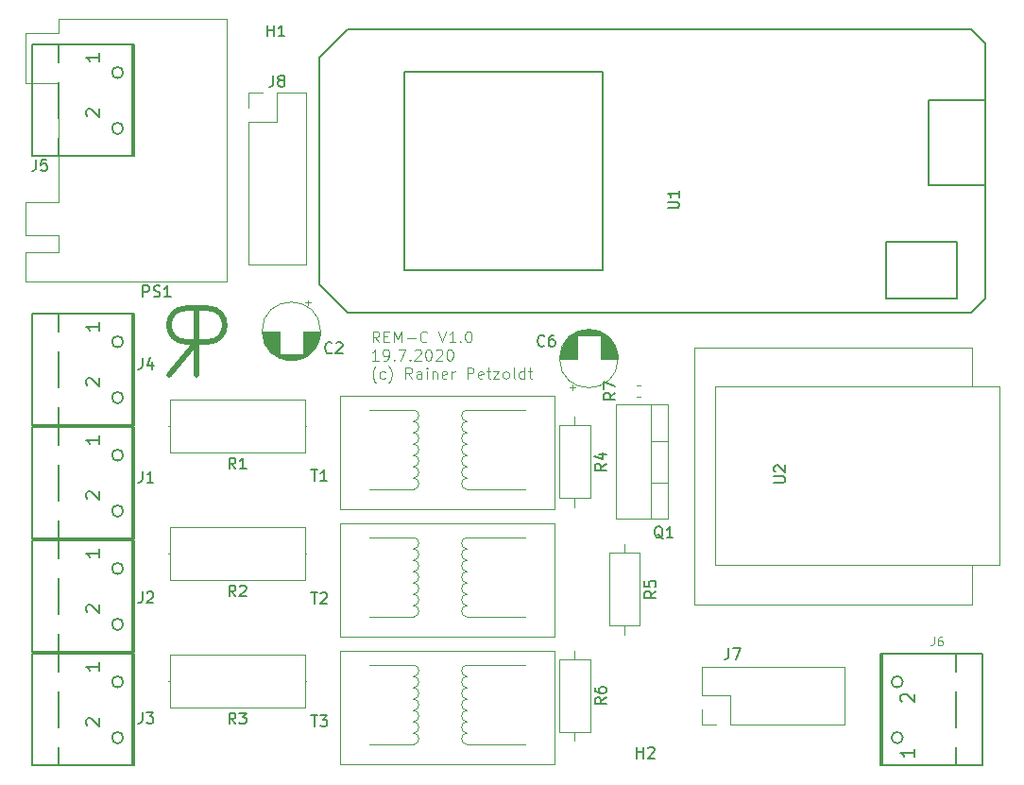
<source format=gto>
%TF.GenerationSoftware,KiCad,Pcbnew,(5.1.5)-3*%
%TF.CreationDate,2020-07-19T14:01:50+02:00*%
%TF.ProjectId,REM-C,52454d2d-432e-46b6-9963-61645f706362,rev?*%
%TF.SameCoordinates,Original*%
%TF.FileFunction,Legend,Top*%
%TF.FilePolarity,Positive*%
%FSLAX46Y46*%
G04 Gerber Fmt 4.6, Leading zero omitted, Abs format (unit mm)*
G04 Created by KiCad (PCBNEW (5.1.5)-3) date 2020-07-19 14:01:50*
%MOMM*%
%LPD*%
G04 APERTURE LIST*
%ADD10C,0.125000*%
%ADD11C,0.120000*%
%ADD12C,0.150000*%
%ADD13C,0.500000*%
%ADD14C,0.152400*%
%ADD15C,0.077216*%
%ADD16C,0.127000*%
G04 APERTURE END LIST*
D10*
X132335773Y-61057380D02*
X132002440Y-60581190D01*
X131764345Y-61057380D02*
X131764345Y-60057380D01*
X132145297Y-60057380D01*
X132240535Y-60105000D01*
X132288154Y-60152619D01*
X132335773Y-60247857D01*
X132335773Y-60390714D01*
X132288154Y-60485952D01*
X132240535Y-60533571D01*
X132145297Y-60581190D01*
X131764345Y-60581190D01*
X132764345Y-60533571D02*
X133097678Y-60533571D01*
X133240535Y-61057380D02*
X132764345Y-61057380D01*
X132764345Y-60057380D01*
X133240535Y-60057380D01*
X133669107Y-61057380D02*
X133669107Y-60057380D01*
X134002440Y-60771666D01*
X134335773Y-60057380D01*
X134335773Y-61057380D01*
X134811964Y-60676428D02*
X135573869Y-60676428D01*
X136621488Y-60962142D02*
X136573869Y-61009761D01*
X136431011Y-61057380D01*
X136335773Y-61057380D01*
X136192916Y-61009761D01*
X136097678Y-60914523D01*
X136050059Y-60819285D01*
X136002440Y-60628809D01*
X136002440Y-60485952D01*
X136050059Y-60295476D01*
X136097678Y-60200238D01*
X136192916Y-60105000D01*
X136335773Y-60057380D01*
X136431011Y-60057380D01*
X136573869Y-60105000D01*
X136621488Y-60152619D01*
X137669107Y-60057380D02*
X138002440Y-61057380D01*
X138335773Y-60057380D01*
X139192916Y-61057380D02*
X138621488Y-61057380D01*
X138907202Y-61057380D02*
X138907202Y-60057380D01*
X138811964Y-60200238D01*
X138716726Y-60295476D01*
X138621488Y-60343095D01*
X139621488Y-60962142D02*
X139669107Y-61009761D01*
X139621488Y-61057380D01*
X139573869Y-61009761D01*
X139621488Y-60962142D01*
X139621488Y-61057380D01*
X140288154Y-60057380D02*
X140383392Y-60057380D01*
X140478630Y-60105000D01*
X140526250Y-60152619D01*
X140573869Y-60247857D01*
X140621488Y-60438333D01*
X140621488Y-60676428D01*
X140573869Y-60866904D01*
X140526250Y-60962142D01*
X140478630Y-61009761D01*
X140383392Y-61057380D01*
X140288154Y-61057380D01*
X140192916Y-61009761D01*
X140145297Y-60962142D01*
X140097678Y-60866904D01*
X140050059Y-60676428D01*
X140050059Y-60438333D01*
X140097678Y-60247857D01*
X140145297Y-60152619D01*
X140192916Y-60105000D01*
X140288154Y-60057380D01*
X132288154Y-62682380D02*
X131716726Y-62682380D01*
X132002440Y-62682380D02*
X132002440Y-61682380D01*
X131907202Y-61825238D01*
X131811964Y-61920476D01*
X131716726Y-61968095D01*
X132764345Y-62682380D02*
X132954821Y-62682380D01*
X133050059Y-62634761D01*
X133097678Y-62587142D01*
X133192916Y-62444285D01*
X133240535Y-62253809D01*
X133240535Y-61872857D01*
X133192916Y-61777619D01*
X133145297Y-61730000D01*
X133050059Y-61682380D01*
X132859583Y-61682380D01*
X132764345Y-61730000D01*
X132716726Y-61777619D01*
X132669107Y-61872857D01*
X132669107Y-62110952D01*
X132716726Y-62206190D01*
X132764345Y-62253809D01*
X132859583Y-62301428D01*
X133050059Y-62301428D01*
X133145297Y-62253809D01*
X133192916Y-62206190D01*
X133240535Y-62110952D01*
X133669107Y-62587142D02*
X133716726Y-62634761D01*
X133669107Y-62682380D01*
X133621488Y-62634761D01*
X133669107Y-62587142D01*
X133669107Y-62682380D01*
X134050059Y-61682380D02*
X134716726Y-61682380D01*
X134288154Y-62682380D01*
X135097678Y-62587142D02*
X135145297Y-62634761D01*
X135097678Y-62682380D01*
X135050059Y-62634761D01*
X135097678Y-62587142D01*
X135097678Y-62682380D01*
X135526250Y-61777619D02*
X135573869Y-61730000D01*
X135669107Y-61682380D01*
X135907202Y-61682380D01*
X136002440Y-61730000D01*
X136050059Y-61777619D01*
X136097678Y-61872857D01*
X136097678Y-61968095D01*
X136050059Y-62110952D01*
X135478630Y-62682380D01*
X136097678Y-62682380D01*
X136716726Y-61682380D02*
X136811964Y-61682380D01*
X136907202Y-61730000D01*
X136954821Y-61777619D01*
X137002440Y-61872857D01*
X137050059Y-62063333D01*
X137050059Y-62301428D01*
X137002440Y-62491904D01*
X136954821Y-62587142D01*
X136907202Y-62634761D01*
X136811964Y-62682380D01*
X136716726Y-62682380D01*
X136621488Y-62634761D01*
X136573869Y-62587142D01*
X136526250Y-62491904D01*
X136478630Y-62301428D01*
X136478630Y-62063333D01*
X136526250Y-61872857D01*
X136573869Y-61777619D01*
X136621488Y-61730000D01*
X136716726Y-61682380D01*
X137431011Y-61777619D02*
X137478630Y-61730000D01*
X137573869Y-61682380D01*
X137811964Y-61682380D01*
X137907202Y-61730000D01*
X137954821Y-61777619D01*
X138002440Y-61872857D01*
X138002440Y-61968095D01*
X137954821Y-62110952D01*
X137383392Y-62682380D01*
X138002440Y-62682380D01*
X138621488Y-61682380D02*
X138716726Y-61682380D01*
X138811964Y-61730000D01*
X138859583Y-61777619D01*
X138907202Y-61872857D01*
X138954821Y-62063333D01*
X138954821Y-62301428D01*
X138907202Y-62491904D01*
X138859583Y-62587142D01*
X138811964Y-62634761D01*
X138716726Y-62682380D01*
X138621488Y-62682380D01*
X138526250Y-62634761D01*
X138478630Y-62587142D01*
X138431011Y-62491904D01*
X138383392Y-62301428D01*
X138383392Y-62063333D01*
X138431011Y-61872857D01*
X138478630Y-61777619D01*
X138526250Y-61730000D01*
X138621488Y-61682380D01*
X132050059Y-64688333D02*
X132002440Y-64640714D01*
X131907202Y-64497857D01*
X131859583Y-64402619D01*
X131811964Y-64259761D01*
X131764345Y-64021666D01*
X131764345Y-63831190D01*
X131811964Y-63593095D01*
X131859583Y-63450238D01*
X131907202Y-63355000D01*
X132002440Y-63212142D01*
X132050059Y-63164523D01*
X132859583Y-64259761D02*
X132764345Y-64307380D01*
X132573869Y-64307380D01*
X132478630Y-64259761D01*
X132431011Y-64212142D01*
X132383392Y-64116904D01*
X132383392Y-63831190D01*
X132431011Y-63735952D01*
X132478630Y-63688333D01*
X132573869Y-63640714D01*
X132764345Y-63640714D01*
X132859583Y-63688333D01*
X133192916Y-64688333D02*
X133240535Y-64640714D01*
X133335773Y-64497857D01*
X133383392Y-64402619D01*
X133431011Y-64259761D01*
X133478630Y-64021666D01*
X133478630Y-63831190D01*
X133431011Y-63593095D01*
X133383392Y-63450238D01*
X133335773Y-63355000D01*
X133240535Y-63212142D01*
X133192916Y-63164523D01*
X135288154Y-64307380D02*
X134954821Y-63831190D01*
X134716726Y-64307380D02*
X134716726Y-63307380D01*
X135097678Y-63307380D01*
X135192916Y-63355000D01*
X135240535Y-63402619D01*
X135288154Y-63497857D01*
X135288154Y-63640714D01*
X135240535Y-63735952D01*
X135192916Y-63783571D01*
X135097678Y-63831190D01*
X134716726Y-63831190D01*
X136145297Y-64307380D02*
X136145297Y-63783571D01*
X136097678Y-63688333D01*
X136002440Y-63640714D01*
X135811964Y-63640714D01*
X135716726Y-63688333D01*
X136145297Y-64259761D02*
X136050059Y-64307380D01*
X135811964Y-64307380D01*
X135716726Y-64259761D01*
X135669107Y-64164523D01*
X135669107Y-64069285D01*
X135716726Y-63974047D01*
X135811964Y-63926428D01*
X136050059Y-63926428D01*
X136145297Y-63878809D01*
X136621488Y-64307380D02*
X136621488Y-63640714D01*
X136621488Y-63307380D02*
X136573869Y-63355000D01*
X136621488Y-63402619D01*
X136669107Y-63355000D01*
X136621488Y-63307380D01*
X136621488Y-63402619D01*
X137097678Y-63640714D02*
X137097678Y-64307380D01*
X137097678Y-63735952D02*
X137145297Y-63688333D01*
X137240535Y-63640714D01*
X137383392Y-63640714D01*
X137478630Y-63688333D01*
X137526250Y-63783571D01*
X137526250Y-64307380D01*
X138383392Y-64259761D02*
X138288154Y-64307380D01*
X138097678Y-64307380D01*
X138002440Y-64259761D01*
X137954821Y-64164523D01*
X137954821Y-63783571D01*
X138002440Y-63688333D01*
X138097678Y-63640714D01*
X138288154Y-63640714D01*
X138383392Y-63688333D01*
X138431011Y-63783571D01*
X138431011Y-63878809D01*
X137954821Y-63974047D01*
X138859583Y-64307380D02*
X138859583Y-63640714D01*
X138859583Y-63831190D02*
X138907202Y-63735952D01*
X138954821Y-63688333D01*
X139050059Y-63640714D01*
X139145297Y-63640714D01*
X140240535Y-64307380D02*
X140240535Y-63307380D01*
X140621488Y-63307380D01*
X140716726Y-63355000D01*
X140764345Y-63402619D01*
X140811964Y-63497857D01*
X140811964Y-63640714D01*
X140764345Y-63735952D01*
X140716726Y-63783571D01*
X140621488Y-63831190D01*
X140240535Y-63831190D01*
X141621488Y-64259761D02*
X141526250Y-64307380D01*
X141335773Y-64307380D01*
X141240535Y-64259761D01*
X141192916Y-64164523D01*
X141192916Y-63783571D01*
X141240535Y-63688333D01*
X141335773Y-63640714D01*
X141526250Y-63640714D01*
X141621488Y-63688333D01*
X141669107Y-63783571D01*
X141669107Y-63878809D01*
X141192916Y-63974047D01*
X141954821Y-63640714D02*
X142335773Y-63640714D01*
X142097678Y-63307380D02*
X142097678Y-64164523D01*
X142145297Y-64259761D01*
X142240535Y-64307380D01*
X142335773Y-64307380D01*
X142573869Y-63640714D02*
X143097678Y-63640714D01*
X142573869Y-64307380D01*
X143097678Y-64307380D01*
X143621488Y-64307380D02*
X143526250Y-64259761D01*
X143478630Y-64212142D01*
X143431011Y-64116904D01*
X143431011Y-63831190D01*
X143478630Y-63735952D01*
X143526250Y-63688333D01*
X143621488Y-63640714D01*
X143764345Y-63640714D01*
X143859583Y-63688333D01*
X143907202Y-63735952D01*
X143954821Y-63831190D01*
X143954821Y-64116904D01*
X143907202Y-64212142D01*
X143859583Y-64259761D01*
X143764345Y-64307380D01*
X143621488Y-64307380D01*
X144526250Y-64307380D02*
X144431011Y-64259761D01*
X144383392Y-64164523D01*
X144383392Y-63307380D01*
X145335773Y-64307380D02*
X145335773Y-63307380D01*
X145335773Y-64259761D02*
X145240535Y-64307380D01*
X145050059Y-64307380D01*
X144954821Y-64259761D01*
X144907202Y-64212142D01*
X144859583Y-64116904D01*
X144859583Y-63831190D01*
X144907202Y-63735952D01*
X144954821Y-63688333D01*
X145050059Y-63640714D01*
X145240535Y-63640714D01*
X145335773Y-63688333D01*
X145669107Y-63640714D02*
X146050059Y-63640714D01*
X145811964Y-63307380D02*
X145811964Y-64164523D01*
X145859583Y-64259761D01*
X145954821Y-64307380D01*
X146050059Y-64307380D01*
D11*
X162450000Y-81025000D02*
X162450000Y-64975000D01*
X185470000Y-61525000D02*
X160560000Y-61525000D01*
X185470000Y-64975000D02*
X185470000Y-61525000D01*
X187900000Y-64975000D02*
X162450000Y-64975000D01*
X187900000Y-81025000D02*
X187900000Y-64975000D01*
X162450000Y-81025000D02*
X187900000Y-81025000D01*
X185470000Y-84525000D02*
X185470000Y-81075000D01*
X160570000Y-84525000D02*
X185470000Y-84525000D01*
X160570000Y-61525000D02*
X160570000Y-84525000D01*
D12*
X129540000Y-58420000D02*
X127000000Y-55880000D01*
X127000000Y-35560000D02*
X129540000Y-33020000D01*
X185420000Y-33020000D02*
X186690000Y-34290000D01*
X185420000Y-58420000D02*
X129540000Y-58420000D01*
X186690000Y-57150000D02*
X185420000Y-58420000D01*
X186690000Y-34290000D02*
X186690000Y-57150000D01*
X127000000Y-55880000D02*
X127000000Y-35560000D01*
X129540000Y-33020000D02*
X185420000Y-33020000D01*
X134620000Y-36830000D02*
X134620000Y-54610000D01*
X152400000Y-36830000D02*
X134620000Y-36830000D01*
X152400000Y-54610000D02*
X152400000Y-36830000D01*
X134620000Y-54610000D02*
X152400000Y-54610000D01*
X184150000Y-57150000D02*
X177800000Y-57150000D01*
X184150000Y-52070000D02*
X184150000Y-57150000D01*
X177800000Y-52070000D02*
X184150000Y-52070000D01*
X177800000Y-57150000D02*
X177800000Y-52070000D01*
X181610000Y-39370000D02*
X186690000Y-39370000D01*
X181610000Y-46990000D02*
X181610000Y-39370000D01*
X186690000Y-46990000D02*
X181610000Y-46990000D01*
D11*
X120590000Y-38675000D02*
X121920000Y-38675000D01*
X120590000Y-40005000D02*
X120590000Y-38675000D01*
X123190000Y-38675000D02*
X125790000Y-38675000D01*
X123190000Y-41275000D02*
X123190000Y-38675000D01*
X120590000Y-41275000D02*
X123190000Y-41275000D01*
X125790000Y-38675000D02*
X125790000Y-54035000D01*
X120590000Y-41275000D02*
X120590000Y-54035000D01*
X120590000Y-54035000D02*
X125790000Y-54035000D01*
X149860000Y-96750000D02*
X149860000Y-95980000D01*
X149860000Y-88670000D02*
X149860000Y-89440000D01*
X151230000Y-95980000D02*
X151230000Y-89440000D01*
X148490000Y-95980000D02*
X151230000Y-95980000D01*
X148490000Y-89440000D02*
X148490000Y-95980000D01*
X151230000Y-89440000D02*
X148490000Y-89440000D01*
X154305000Y-87225000D02*
X154305000Y-86455000D01*
X154305000Y-79145000D02*
X154305000Y-79915000D01*
X155675000Y-86455000D02*
X155675000Y-79915000D01*
X152935000Y-86455000D02*
X155675000Y-86455000D01*
X152935000Y-79915000D02*
X152935000Y-86455000D01*
X155675000Y-79915000D02*
X152935000Y-79915000D01*
X149860000Y-75795000D02*
X149860000Y-75025000D01*
X149860000Y-67715000D02*
X149860000Y-68485000D01*
X151230000Y-75025000D02*
X151230000Y-68485000D01*
X148490000Y-75025000D02*
X151230000Y-75025000D01*
X148490000Y-68485000D02*
X148490000Y-75025000D01*
X151230000Y-68485000D02*
X148490000Y-68485000D01*
X113454000Y-80010000D02*
X113564000Y-80010000D01*
X125814000Y-80010000D02*
X125704000Y-80010000D01*
X113564000Y-82380000D02*
X125704000Y-82380000D01*
X113564000Y-77640000D02*
X113564000Y-82380000D01*
X125704000Y-77640000D02*
X113564000Y-77640000D01*
X125704000Y-82380000D02*
X125704000Y-77640000D01*
X155737779Y-64895000D02*
X155412221Y-64895000D01*
X155737779Y-65915000D02*
X155412221Y-65915000D01*
X158210000Y-73606000D02*
X156700000Y-73606000D01*
X158210000Y-69905000D02*
X156700000Y-69905000D01*
X156700000Y-66635000D02*
X156700000Y-76875000D01*
X158210000Y-76875000D02*
X153569000Y-76875000D01*
X158210000Y-66635000D02*
X153569000Y-66635000D01*
X153569000Y-66635000D02*
X153569000Y-76875000D01*
X158210000Y-66635000D02*
X158210000Y-76875000D01*
X161230000Y-95310000D02*
X161230000Y-93980000D01*
X162560000Y-95310000D02*
X161230000Y-95310000D01*
X161230000Y-92710000D02*
X161230000Y-90110000D01*
X163830000Y-92710000D02*
X161230000Y-92710000D01*
X163830000Y-95310000D02*
X163830000Y-92710000D01*
X161230000Y-90110000D02*
X174050000Y-90110000D01*
X163830000Y-95310000D02*
X174050000Y-95310000D01*
X174050000Y-95310000D02*
X174050000Y-90110000D01*
D13*
X116000000Y-61000000D02*
X113500000Y-64000000D01*
X115000000Y-61000000D02*
X117000000Y-61000000D01*
X115000000Y-58000000D02*
X117000000Y-58000000D01*
X115000000Y-61000000D02*
G75*
G02X115000000Y-58000000I0J1500000D01*
G01*
X116000000Y-58000000D02*
X116000000Y-64000000D01*
X117000000Y-58000000D02*
G75*
G02X117000000Y-61000000I0J-1500000D01*
G01*
D14*
X186436000Y-98969000D02*
X186436000Y-88987000D01*
X177241000Y-88987000D02*
X177444000Y-88987000D01*
X177241000Y-88987000D02*
X177241000Y-98969000D01*
X186436000Y-98969000D02*
X184048000Y-98969000D01*
X184048000Y-98969000D02*
X184048000Y-97369000D01*
X184048000Y-95591000D02*
X184048000Y-92365000D01*
X184048000Y-90587000D02*
X184048000Y-88987000D01*
X184048000Y-98969000D02*
X177444000Y-98969000D01*
X184048000Y-88987000D02*
X186436000Y-88987000D01*
X177444000Y-98969000D02*
X177444000Y-88987000D01*
X177444000Y-98969000D02*
X177241000Y-98969000D01*
X177444000Y-88987000D02*
X184048000Y-88987000D01*
X179273200Y-96480000D02*
G75*
G03X179273200Y-96480000I-508000J0D01*
G01*
X179273200Y-91476200D02*
G75*
G03X179273200Y-91476200I-508000J0D01*
G01*
D11*
X113454000Y-91440000D02*
X113564000Y-91440000D01*
X125814000Y-91440000D02*
X125704000Y-91440000D01*
X113564000Y-93810000D02*
X125704000Y-93810000D01*
X113564000Y-89070000D02*
X113564000Y-93810000D01*
X125704000Y-89070000D02*
X113564000Y-89070000D01*
X125704000Y-93810000D02*
X125704000Y-89070000D01*
D14*
X101219000Y-34381000D02*
X101219000Y-44363000D01*
X110414000Y-44363000D02*
X110211000Y-44363000D01*
X110414000Y-44363000D02*
X110414000Y-34381000D01*
X101219000Y-34381000D02*
X103607000Y-34381000D01*
X103607000Y-34381000D02*
X103607000Y-35981000D01*
X103607000Y-37759000D02*
X103607000Y-40985000D01*
X103607000Y-42763000D02*
X103607000Y-44363000D01*
X103607000Y-34381000D02*
X110211000Y-34381000D01*
X103607000Y-44363000D02*
X101219000Y-44363000D01*
X110211000Y-34381000D02*
X110211000Y-44363000D01*
X110211000Y-34381000D02*
X110414000Y-34381000D01*
X110211000Y-44363000D02*
X103607000Y-44363000D01*
X109397800Y-36870000D02*
G75*
G03X109397800Y-36870000I-508000J0D01*
G01*
X109397800Y-41873800D02*
G75*
G03X109397800Y-41873800I-508000J0D01*
G01*
D11*
X149405000Y-65054775D02*
X149905000Y-65054775D01*
X149655000Y-65304775D02*
X149655000Y-64804775D01*
X150846000Y-59899000D02*
X151414000Y-59899000D01*
X150612000Y-59939000D02*
X151648000Y-59939000D01*
X150453000Y-59979000D02*
X151807000Y-59979000D01*
X150325000Y-60019000D02*
X151935000Y-60019000D01*
X150215000Y-60059000D02*
X152045000Y-60059000D01*
X150119000Y-60099000D02*
X152141000Y-60099000D01*
X150032000Y-60139000D02*
X152228000Y-60139000D01*
X149952000Y-60179000D02*
X152308000Y-60179000D01*
X149879000Y-60219000D02*
X152381000Y-60219000D01*
X149811000Y-60259000D02*
X152449000Y-60259000D01*
X149747000Y-60299000D02*
X152513000Y-60299000D01*
X149687000Y-60339000D02*
X152573000Y-60339000D01*
X149630000Y-60379000D02*
X152630000Y-60379000D01*
X149576000Y-60419000D02*
X152684000Y-60419000D01*
X149525000Y-60459000D02*
X152735000Y-60459000D01*
X152170000Y-60499000D02*
X152783000Y-60499000D01*
X149477000Y-60499000D02*
X150090000Y-60499000D01*
X152170000Y-60539000D02*
X152829000Y-60539000D01*
X149431000Y-60539000D02*
X150090000Y-60539000D01*
X152170000Y-60579000D02*
X152873000Y-60579000D01*
X149387000Y-60579000D02*
X150090000Y-60579000D01*
X152170000Y-60619000D02*
X152915000Y-60619000D01*
X149345000Y-60619000D02*
X150090000Y-60619000D01*
X152170000Y-60659000D02*
X152956000Y-60659000D01*
X149304000Y-60659000D02*
X150090000Y-60659000D01*
X152170000Y-60699000D02*
X152994000Y-60699000D01*
X149266000Y-60699000D02*
X150090000Y-60699000D01*
X152170000Y-60739000D02*
X153031000Y-60739000D01*
X149229000Y-60739000D02*
X150090000Y-60739000D01*
X152170000Y-60779000D02*
X153067000Y-60779000D01*
X149193000Y-60779000D02*
X150090000Y-60779000D01*
X152170000Y-60819000D02*
X153101000Y-60819000D01*
X149159000Y-60819000D02*
X150090000Y-60819000D01*
X152170000Y-60859000D02*
X153134000Y-60859000D01*
X149126000Y-60859000D02*
X150090000Y-60859000D01*
X152170000Y-60899000D02*
X153165000Y-60899000D01*
X149095000Y-60899000D02*
X150090000Y-60899000D01*
X152170000Y-60939000D02*
X153195000Y-60939000D01*
X149065000Y-60939000D02*
X150090000Y-60939000D01*
X152170000Y-60979000D02*
X153225000Y-60979000D01*
X149035000Y-60979000D02*
X150090000Y-60979000D01*
X152170000Y-61019000D02*
X153252000Y-61019000D01*
X149008000Y-61019000D02*
X150090000Y-61019000D01*
X152170000Y-61059000D02*
X153279000Y-61059000D01*
X148981000Y-61059000D02*
X150090000Y-61059000D01*
X152170000Y-61099000D02*
X153305000Y-61099000D01*
X148955000Y-61099000D02*
X150090000Y-61099000D01*
X152170000Y-61139000D02*
X153330000Y-61139000D01*
X148930000Y-61139000D02*
X150090000Y-61139000D01*
X152170000Y-61179000D02*
X153354000Y-61179000D01*
X148906000Y-61179000D02*
X150090000Y-61179000D01*
X152170000Y-61219000D02*
X153377000Y-61219000D01*
X148883000Y-61219000D02*
X150090000Y-61219000D01*
X152170000Y-61259000D02*
X153398000Y-61259000D01*
X148862000Y-61259000D02*
X150090000Y-61259000D01*
X152170000Y-61299000D02*
X153420000Y-61299000D01*
X148840000Y-61299000D02*
X150090000Y-61299000D01*
X152170000Y-61339000D02*
X153440000Y-61339000D01*
X148820000Y-61339000D02*
X150090000Y-61339000D01*
X152170000Y-61379000D02*
X153459000Y-61379000D01*
X148801000Y-61379000D02*
X150090000Y-61379000D01*
X152170000Y-61419000D02*
X153478000Y-61419000D01*
X148782000Y-61419000D02*
X150090000Y-61419000D01*
X152170000Y-61459000D02*
X153495000Y-61459000D01*
X148765000Y-61459000D02*
X150090000Y-61459000D01*
X152170000Y-61499000D02*
X153512000Y-61499000D01*
X148748000Y-61499000D02*
X150090000Y-61499000D01*
X152170000Y-61539000D02*
X153528000Y-61539000D01*
X148732000Y-61539000D02*
X150090000Y-61539000D01*
X152170000Y-61579000D02*
X153544000Y-61579000D01*
X148716000Y-61579000D02*
X150090000Y-61579000D01*
X152170000Y-61619000D02*
X153558000Y-61619000D01*
X148702000Y-61619000D02*
X150090000Y-61619000D01*
X152170000Y-61659000D02*
X153572000Y-61659000D01*
X148688000Y-61659000D02*
X150090000Y-61659000D01*
X152170000Y-61699000D02*
X153585000Y-61699000D01*
X148675000Y-61699000D02*
X150090000Y-61699000D01*
X152170000Y-61739000D02*
X153598000Y-61739000D01*
X148662000Y-61739000D02*
X150090000Y-61739000D01*
X152170000Y-61779000D02*
X153610000Y-61779000D01*
X148650000Y-61779000D02*
X150090000Y-61779000D01*
X152170000Y-61820000D02*
X153621000Y-61820000D01*
X148639000Y-61820000D02*
X150090000Y-61820000D01*
X152170000Y-61860000D02*
X153631000Y-61860000D01*
X148629000Y-61860000D02*
X150090000Y-61860000D01*
X152170000Y-61900000D02*
X153641000Y-61900000D01*
X148619000Y-61900000D02*
X150090000Y-61900000D01*
X152170000Y-61940000D02*
X153650000Y-61940000D01*
X148610000Y-61940000D02*
X150090000Y-61940000D01*
X152170000Y-61980000D02*
X153658000Y-61980000D01*
X148602000Y-61980000D02*
X150090000Y-61980000D01*
X152170000Y-62020000D02*
X153666000Y-62020000D01*
X148594000Y-62020000D02*
X150090000Y-62020000D01*
X152170000Y-62060000D02*
X153673000Y-62060000D01*
X148587000Y-62060000D02*
X150090000Y-62060000D01*
X152170000Y-62100000D02*
X153680000Y-62100000D01*
X148580000Y-62100000D02*
X150090000Y-62100000D01*
X152170000Y-62140000D02*
X153686000Y-62140000D01*
X148574000Y-62140000D02*
X150090000Y-62140000D01*
X152170000Y-62180000D02*
X153691000Y-62180000D01*
X148569000Y-62180000D02*
X150090000Y-62180000D01*
X152170000Y-62220000D02*
X153695000Y-62220000D01*
X148565000Y-62220000D02*
X150090000Y-62220000D01*
X152170000Y-62260000D02*
X153699000Y-62260000D01*
X148561000Y-62260000D02*
X150090000Y-62260000D01*
X152170000Y-62300000D02*
X153703000Y-62300000D01*
X148557000Y-62300000D02*
X150090000Y-62300000D01*
X152170000Y-62340000D02*
X153706000Y-62340000D01*
X148554000Y-62340000D02*
X150090000Y-62340000D01*
X152170000Y-62380000D02*
X153708000Y-62380000D01*
X148552000Y-62380000D02*
X150090000Y-62380000D01*
X152170000Y-62420000D02*
X153709000Y-62420000D01*
X148551000Y-62420000D02*
X150090000Y-62420000D01*
X148550000Y-62460000D02*
X150090000Y-62460000D01*
X152170000Y-62460000D02*
X153710000Y-62460000D01*
X148550000Y-62500000D02*
X150090000Y-62500000D01*
X152170000Y-62500000D02*
X153710000Y-62500000D01*
X153750000Y-62500000D02*
G75*
G03X153750000Y-62500000I-2620000J0D01*
G01*
X126185000Y-57500225D02*
X125685000Y-57500225D01*
X125935000Y-57250225D02*
X125935000Y-57750225D01*
X124744000Y-62656000D02*
X124176000Y-62656000D01*
X124978000Y-62616000D02*
X123942000Y-62616000D01*
X125137000Y-62576000D02*
X123783000Y-62576000D01*
X125265000Y-62536000D02*
X123655000Y-62536000D01*
X125375000Y-62496000D02*
X123545000Y-62496000D01*
X125471000Y-62456000D02*
X123449000Y-62456000D01*
X125558000Y-62416000D02*
X123362000Y-62416000D01*
X125638000Y-62376000D02*
X123282000Y-62376000D01*
X125711000Y-62336000D02*
X123209000Y-62336000D01*
X125779000Y-62296000D02*
X123141000Y-62296000D01*
X125843000Y-62256000D02*
X123077000Y-62256000D01*
X125903000Y-62216000D02*
X123017000Y-62216000D01*
X125960000Y-62176000D02*
X122960000Y-62176000D01*
X126014000Y-62136000D02*
X122906000Y-62136000D01*
X126065000Y-62096000D02*
X122855000Y-62096000D01*
X123420000Y-62056000D02*
X122807000Y-62056000D01*
X126113000Y-62056000D02*
X125500000Y-62056000D01*
X123420000Y-62016000D02*
X122761000Y-62016000D01*
X126159000Y-62016000D02*
X125500000Y-62016000D01*
X123420000Y-61976000D02*
X122717000Y-61976000D01*
X126203000Y-61976000D02*
X125500000Y-61976000D01*
X123420000Y-61936000D02*
X122675000Y-61936000D01*
X126245000Y-61936000D02*
X125500000Y-61936000D01*
X123420000Y-61896000D02*
X122634000Y-61896000D01*
X126286000Y-61896000D02*
X125500000Y-61896000D01*
X123420000Y-61856000D02*
X122596000Y-61856000D01*
X126324000Y-61856000D02*
X125500000Y-61856000D01*
X123420000Y-61816000D02*
X122559000Y-61816000D01*
X126361000Y-61816000D02*
X125500000Y-61816000D01*
X123420000Y-61776000D02*
X122523000Y-61776000D01*
X126397000Y-61776000D02*
X125500000Y-61776000D01*
X123420000Y-61736000D02*
X122489000Y-61736000D01*
X126431000Y-61736000D02*
X125500000Y-61736000D01*
X123420000Y-61696000D02*
X122456000Y-61696000D01*
X126464000Y-61696000D02*
X125500000Y-61696000D01*
X123420000Y-61656000D02*
X122425000Y-61656000D01*
X126495000Y-61656000D02*
X125500000Y-61656000D01*
X123420000Y-61616000D02*
X122395000Y-61616000D01*
X126525000Y-61616000D02*
X125500000Y-61616000D01*
X123420000Y-61576000D02*
X122365000Y-61576000D01*
X126555000Y-61576000D02*
X125500000Y-61576000D01*
X123420000Y-61536000D02*
X122338000Y-61536000D01*
X126582000Y-61536000D02*
X125500000Y-61536000D01*
X123420000Y-61496000D02*
X122311000Y-61496000D01*
X126609000Y-61496000D02*
X125500000Y-61496000D01*
X123420000Y-61456000D02*
X122285000Y-61456000D01*
X126635000Y-61456000D02*
X125500000Y-61456000D01*
X123420000Y-61416000D02*
X122260000Y-61416000D01*
X126660000Y-61416000D02*
X125500000Y-61416000D01*
X123420000Y-61376000D02*
X122236000Y-61376000D01*
X126684000Y-61376000D02*
X125500000Y-61376000D01*
X123420000Y-61336000D02*
X122213000Y-61336000D01*
X126707000Y-61336000D02*
X125500000Y-61336000D01*
X123420000Y-61296000D02*
X122192000Y-61296000D01*
X126728000Y-61296000D02*
X125500000Y-61296000D01*
X123420000Y-61256000D02*
X122170000Y-61256000D01*
X126750000Y-61256000D02*
X125500000Y-61256000D01*
X123420000Y-61216000D02*
X122150000Y-61216000D01*
X126770000Y-61216000D02*
X125500000Y-61216000D01*
X123420000Y-61176000D02*
X122131000Y-61176000D01*
X126789000Y-61176000D02*
X125500000Y-61176000D01*
X123420000Y-61136000D02*
X122112000Y-61136000D01*
X126808000Y-61136000D02*
X125500000Y-61136000D01*
X123420000Y-61096000D02*
X122095000Y-61096000D01*
X126825000Y-61096000D02*
X125500000Y-61096000D01*
X123420000Y-61056000D02*
X122078000Y-61056000D01*
X126842000Y-61056000D02*
X125500000Y-61056000D01*
X123420000Y-61016000D02*
X122062000Y-61016000D01*
X126858000Y-61016000D02*
X125500000Y-61016000D01*
X123420000Y-60976000D02*
X122046000Y-60976000D01*
X126874000Y-60976000D02*
X125500000Y-60976000D01*
X123420000Y-60936000D02*
X122032000Y-60936000D01*
X126888000Y-60936000D02*
X125500000Y-60936000D01*
X123420000Y-60896000D02*
X122018000Y-60896000D01*
X126902000Y-60896000D02*
X125500000Y-60896000D01*
X123420000Y-60856000D02*
X122005000Y-60856000D01*
X126915000Y-60856000D02*
X125500000Y-60856000D01*
X123420000Y-60816000D02*
X121992000Y-60816000D01*
X126928000Y-60816000D02*
X125500000Y-60816000D01*
X123420000Y-60776000D02*
X121980000Y-60776000D01*
X126940000Y-60776000D02*
X125500000Y-60776000D01*
X123420000Y-60735000D02*
X121969000Y-60735000D01*
X126951000Y-60735000D02*
X125500000Y-60735000D01*
X123420000Y-60695000D02*
X121959000Y-60695000D01*
X126961000Y-60695000D02*
X125500000Y-60695000D01*
X123420000Y-60655000D02*
X121949000Y-60655000D01*
X126971000Y-60655000D02*
X125500000Y-60655000D01*
X123420000Y-60615000D02*
X121940000Y-60615000D01*
X126980000Y-60615000D02*
X125500000Y-60615000D01*
X123420000Y-60575000D02*
X121932000Y-60575000D01*
X126988000Y-60575000D02*
X125500000Y-60575000D01*
X123420000Y-60535000D02*
X121924000Y-60535000D01*
X126996000Y-60535000D02*
X125500000Y-60535000D01*
X123420000Y-60495000D02*
X121917000Y-60495000D01*
X127003000Y-60495000D02*
X125500000Y-60495000D01*
X123420000Y-60455000D02*
X121910000Y-60455000D01*
X127010000Y-60455000D02*
X125500000Y-60455000D01*
X123420000Y-60415000D02*
X121904000Y-60415000D01*
X127016000Y-60415000D02*
X125500000Y-60415000D01*
X123420000Y-60375000D02*
X121899000Y-60375000D01*
X127021000Y-60375000D02*
X125500000Y-60375000D01*
X123420000Y-60335000D02*
X121895000Y-60335000D01*
X127025000Y-60335000D02*
X125500000Y-60335000D01*
X123420000Y-60295000D02*
X121891000Y-60295000D01*
X127029000Y-60295000D02*
X125500000Y-60295000D01*
X123420000Y-60255000D02*
X121887000Y-60255000D01*
X127033000Y-60255000D02*
X125500000Y-60255000D01*
X123420000Y-60215000D02*
X121884000Y-60215000D01*
X127036000Y-60215000D02*
X125500000Y-60215000D01*
X123420000Y-60175000D02*
X121882000Y-60175000D01*
X127038000Y-60175000D02*
X125500000Y-60175000D01*
X123420000Y-60135000D02*
X121881000Y-60135000D01*
X127039000Y-60135000D02*
X125500000Y-60135000D01*
X127040000Y-60095000D02*
X125500000Y-60095000D01*
X123420000Y-60095000D02*
X121880000Y-60095000D01*
X127040000Y-60055000D02*
X125500000Y-60055000D01*
X123420000Y-60055000D02*
X121880000Y-60055000D01*
X127080000Y-60055000D02*
G75*
G03X127080000Y-60055000I-2620000J0D01*
G01*
X113454000Y-68580000D02*
X113564000Y-68580000D01*
X125814000Y-68580000D02*
X125704000Y-68580000D01*
X113564000Y-70950000D02*
X125704000Y-70950000D01*
X113564000Y-66210000D02*
X113564000Y-70950000D01*
X125704000Y-66210000D02*
X113564000Y-66210000D01*
X125704000Y-70950000D02*
X125704000Y-66210000D01*
X140223000Y-89978000D02*
X145415000Y-89978000D01*
X140223000Y-97090000D02*
X145415000Y-97090000D01*
X140223000Y-90994000D02*
G75*
G02X140223000Y-89978000I0J508000D01*
G01*
X140223000Y-92010000D02*
G75*
G02X140223000Y-90994000I0J508000D01*
G01*
X140223000Y-93026000D02*
G75*
G02X140223000Y-92010000I0J508000D01*
G01*
X140223000Y-97090000D02*
G75*
G02X140223000Y-96074000I0J508000D01*
G01*
X140223000Y-96074000D02*
G75*
G02X140223000Y-95058000I0J508000D01*
G01*
X140223000Y-95058000D02*
G75*
G02X140223000Y-94042000I0J508000D01*
G01*
X140223000Y-94042000D02*
G75*
G02X140223000Y-93026000I0J508000D01*
G01*
X135397000Y-89978000D02*
X131445000Y-89978000D01*
X135397000Y-97090000D02*
X131445000Y-97090000D01*
X135397000Y-96074000D02*
G75*
G02X135397000Y-97090000I0J-508000D01*
G01*
X135397000Y-95058000D02*
G75*
G02X135397000Y-96074000I0J-508000D01*
G01*
X135397000Y-94042000D02*
G75*
G02X135397000Y-95058000I0J-508000D01*
G01*
X135397000Y-93026000D02*
G75*
G02X135397000Y-94042000I0J-508000D01*
G01*
X135397000Y-92010000D02*
G75*
G02X135397000Y-93026000I0J-508000D01*
G01*
X135397000Y-90994000D02*
G75*
G02X135397000Y-92010000I0J-508000D01*
G01*
X135397000Y-89978000D02*
G75*
G02X135397000Y-90994000I0J-508000D01*
G01*
X128795000Y-88688000D02*
X128795000Y-98888000D01*
X148095000Y-98888000D02*
X128795000Y-98888000D01*
X148095000Y-88688000D02*
X148095000Y-98888000D01*
X128795000Y-88688000D02*
X148095000Y-88688000D01*
X140223000Y-78548000D02*
X145415000Y-78548000D01*
X140223000Y-85660000D02*
X145415000Y-85660000D01*
X140223000Y-79564000D02*
G75*
G02X140223000Y-78548000I0J508000D01*
G01*
X140223000Y-80580000D02*
G75*
G02X140223000Y-79564000I0J508000D01*
G01*
X140223000Y-81596000D02*
G75*
G02X140223000Y-80580000I0J508000D01*
G01*
X140223000Y-85660000D02*
G75*
G02X140223000Y-84644000I0J508000D01*
G01*
X140223000Y-84644000D02*
G75*
G02X140223000Y-83628000I0J508000D01*
G01*
X140223000Y-83628000D02*
G75*
G02X140223000Y-82612000I0J508000D01*
G01*
X140223000Y-82612000D02*
G75*
G02X140223000Y-81596000I0J508000D01*
G01*
X135397000Y-78548000D02*
X131445000Y-78548000D01*
X135397000Y-85660000D02*
X131445000Y-85660000D01*
X135397000Y-84644000D02*
G75*
G02X135397000Y-85660000I0J-508000D01*
G01*
X135397000Y-83628000D02*
G75*
G02X135397000Y-84644000I0J-508000D01*
G01*
X135397000Y-82612000D02*
G75*
G02X135397000Y-83628000I0J-508000D01*
G01*
X135397000Y-81596000D02*
G75*
G02X135397000Y-82612000I0J-508000D01*
G01*
X135397000Y-80580000D02*
G75*
G02X135397000Y-81596000I0J-508000D01*
G01*
X135397000Y-79564000D02*
G75*
G02X135397000Y-80580000I0J-508000D01*
G01*
X135397000Y-78548000D02*
G75*
G02X135397000Y-79564000I0J-508000D01*
G01*
X128795000Y-77258000D02*
X128795000Y-87458000D01*
X148095000Y-87458000D02*
X128795000Y-87458000D01*
X148095000Y-77258000D02*
X148095000Y-87458000D01*
X128795000Y-77258000D02*
X148095000Y-77258000D01*
X140223000Y-67118000D02*
X145415000Y-67118000D01*
X140223000Y-74230000D02*
X145415000Y-74230000D01*
X140223000Y-68134000D02*
G75*
G02X140223000Y-67118000I0J508000D01*
G01*
X140223000Y-69150000D02*
G75*
G02X140223000Y-68134000I0J508000D01*
G01*
X140223000Y-70166000D02*
G75*
G02X140223000Y-69150000I0J508000D01*
G01*
X140223000Y-74230000D02*
G75*
G02X140223000Y-73214000I0J508000D01*
G01*
X140223000Y-73214000D02*
G75*
G02X140223000Y-72198000I0J508000D01*
G01*
X140223000Y-72198000D02*
G75*
G02X140223000Y-71182000I0J508000D01*
G01*
X140223000Y-71182000D02*
G75*
G02X140223000Y-70166000I0J508000D01*
G01*
X135397000Y-67118000D02*
X131445000Y-67118000D01*
X135397000Y-74230000D02*
X131445000Y-74230000D01*
X135397000Y-73214000D02*
G75*
G02X135397000Y-74230000I0J-508000D01*
G01*
X135397000Y-72198000D02*
G75*
G02X135397000Y-73214000I0J-508000D01*
G01*
X135397000Y-71182000D02*
G75*
G02X135397000Y-72198000I0J-508000D01*
G01*
X135397000Y-70166000D02*
G75*
G02X135397000Y-71182000I0J-508000D01*
G01*
X135397000Y-69150000D02*
G75*
G02X135397000Y-70166000I0J-508000D01*
G01*
X135397000Y-68134000D02*
G75*
G02X135397000Y-69150000I0J-508000D01*
G01*
X135397000Y-67118000D02*
G75*
G02X135397000Y-68134000I0J-508000D01*
G01*
X128795000Y-65828000D02*
X128795000Y-76028000D01*
X148095000Y-76028000D02*
X128795000Y-76028000D01*
X148095000Y-65828000D02*
X148095000Y-76028000D01*
X128795000Y-65828000D02*
X148095000Y-65828000D01*
X100600000Y-37790000D02*
X103600000Y-37790000D01*
X100600000Y-33290000D02*
X100600000Y-37790000D01*
X103600000Y-33290000D02*
X100600000Y-33290000D01*
X103600000Y-32090000D02*
X103600000Y-33290000D01*
X103600000Y-48490000D02*
X103600000Y-37790000D01*
X100600000Y-48490000D02*
X103600000Y-48490000D01*
X100600000Y-51490000D02*
X100600000Y-48490000D01*
X103600000Y-51490000D02*
X100600000Y-51490000D01*
X103600000Y-52990000D02*
X103600000Y-51490000D01*
X100600000Y-52990000D02*
X103600000Y-52990000D01*
X100600000Y-55590000D02*
X100600000Y-52990000D01*
X118700000Y-55590000D02*
X100600000Y-55590000D01*
X118700000Y-32090000D02*
X118700000Y-55590000D01*
X103600000Y-32090000D02*
X118700000Y-32090000D01*
D14*
X101219000Y-58511000D02*
X101219000Y-68493000D01*
X110414000Y-68493000D02*
X110211000Y-68493000D01*
X110414000Y-68493000D02*
X110414000Y-58511000D01*
X101219000Y-58511000D02*
X103607000Y-58511000D01*
X103607000Y-58511000D02*
X103607000Y-60111000D01*
X103607000Y-61889000D02*
X103607000Y-65115000D01*
X103607000Y-66893000D02*
X103607000Y-68493000D01*
X103607000Y-58511000D02*
X110211000Y-58511000D01*
X103607000Y-68493000D02*
X101219000Y-68493000D01*
X110211000Y-58511000D02*
X110211000Y-68493000D01*
X110211000Y-58511000D02*
X110414000Y-58511000D01*
X110211000Y-68493000D02*
X103607000Y-68493000D01*
X109397800Y-61000000D02*
G75*
G03X109397800Y-61000000I-508000J0D01*
G01*
X109397800Y-66003800D02*
G75*
G03X109397800Y-66003800I-508000J0D01*
G01*
X101219000Y-88991000D02*
X101219000Y-98973000D01*
X110414000Y-98973000D02*
X110211000Y-98973000D01*
X110414000Y-98973000D02*
X110414000Y-88991000D01*
X101219000Y-88991000D02*
X103607000Y-88991000D01*
X103607000Y-88991000D02*
X103607000Y-90591000D01*
X103607000Y-92369000D02*
X103607000Y-95595000D01*
X103607000Y-97373000D02*
X103607000Y-98973000D01*
X103607000Y-88991000D02*
X110211000Y-88991000D01*
X103607000Y-98973000D02*
X101219000Y-98973000D01*
X110211000Y-88991000D02*
X110211000Y-98973000D01*
X110211000Y-88991000D02*
X110414000Y-88991000D01*
X110211000Y-98973000D02*
X103607000Y-98973000D01*
X109397800Y-91480000D02*
G75*
G03X109397800Y-91480000I-508000J0D01*
G01*
X109397800Y-96483800D02*
G75*
G03X109397800Y-96483800I-508000J0D01*
G01*
X101219000Y-78831000D02*
X101219000Y-88813000D01*
X110414000Y-88813000D02*
X110211000Y-88813000D01*
X110414000Y-88813000D02*
X110414000Y-78831000D01*
X101219000Y-78831000D02*
X103607000Y-78831000D01*
X103607000Y-78831000D02*
X103607000Y-80431000D01*
X103607000Y-82209000D02*
X103607000Y-85435000D01*
X103607000Y-87213000D02*
X103607000Y-88813000D01*
X103607000Y-78831000D02*
X110211000Y-78831000D01*
X103607000Y-88813000D02*
X101219000Y-88813000D01*
X110211000Y-78831000D02*
X110211000Y-88813000D01*
X110211000Y-78831000D02*
X110414000Y-78831000D01*
X110211000Y-88813000D02*
X103607000Y-88813000D01*
X109397800Y-81320000D02*
G75*
G03X109397800Y-81320000I-508000J0D01*
G01*
X109397800Y-86323800D02*
G75*
G03X109397800Y-86323800I-508000J0D01*
G01*
X101219000Y-68671000D02*
X101219000Y-78653000D01*
X110414000Y-78653000D02*
X110211000Y-78653000D01*
X110414000Y-78653000D02*
X110414000Y-68671000D01*
X101219000Y-68671000D02*
X103607000Y-68671000D01*
X103607000Y-68671000D02*
X103607000Y-70271000D01*
X103607000Y-72049000D02*
X103607000Y-75275000D01*
X103607000Y-77053000D02*
X103607000Y-78653000D01*
X103607000Y-68671000D02*
X110211000Y-68671000D01*
X103607000Y-78653000D02*
X101219000Y-78653000D01*
X110211000Y-68671000D02*
X110211000Y-78653000D01*
X110211000Y-68671000D02*
X110414000Y-68671000D01*
X110211000Y-78653000D02*
X103607000Y-78653000D01*
X109397800Y-71160000D02*
G75*
G03X109397800Y-71160000I-508000J0D01*
G01*
X109397800Y-76163800D02*
G75*
G03X109397800Y-76163800I-508000J0D01*
G01*
D12*
X167732380Y-73636904D02*
X168541904Y-73636904D01*
X168637142Y-73589285D01*
X168684761Y-73541666D01*
X168732380Y-73446428D01*
X168732380Y-73255952D01*
X168684761Y-73160714D01*
X168637142Y-73113095D01*
X168541904Y-73065476D01*
X167732380Y-73065476D01*
X167827619Y-72636904D02*
X167780000Y-72589285D01*
X167732380Y-72494047D01*
X167732380Y-72255952D01*
X167780000Y-72160714D01*
X167827619Y-72113095D01*
X167922857Y-72065476D01*
X168018095Y-72065476D01*
X168160952Y-72113095D01*
X168732380Y-72684523D01*
X168732380Y-72065476D01*
X158202380Y-49021904D02*
X159011904Y-49021904D01*
X159107142Y-48974285D01*
X159154761Y-48926666D01*
X159202380Y-48831428D01*
X159202380Y-48640952D01*
X159154761Y-48545714D01*
X159107142Y-48498095D01*
X159011904Y-48450476D01*
X158202380Y-48450476D01*
X159202380Y-47450476D02*
X159202380Y-48021904D01*
X159202380Y-47736190D02*
X158202380Y-47736190D01*
X158345238Y-47831428D01*
X158440476Y-47926666D01*
X158488095Y-48021904D01*
X122856666Y-37127380D02*
X122856666Y-37841666D01*
X122809047Y-37984523D01*
X122713809Y-38079761D01*
X122570952Y-38127380D01*
X122475714Y-38127380D01*
X123475714Y-37555952D02*
X123380476Y-37508333D01*
X123332857Y-37460714D01*
X123285238Y-37365476D01*
X123285238Y-37317857D01*
X123332857Y-37222619D01*
X123380476Y-37175000D01*
X123475714Y-37127380D01*
X123666190Y-37127380D01*
X123761428Y-37175000D01*
X123809047Y-37222619D01*
X123856666Y-37317857D01*
X123856666Y-37365476D01*
X123809047Y-37460714D01*
X123761428Y-37508333D01*
X123666190Y-37555952D01*
X123475714Y-37555952D01*
X123380476Y-37603571D01*
X123332857Y-37651190D01*
X123285238Y-37746428D01*
X123285238Y-37936904D01*
X123332857Y-38032142D01*
X123380476Y-38079761D01*
X123475714Y-38127380D01*
X123666190Y-38127380D01*
X123761428Y-38079761D01*
X123809047Y-38032142D01*
X123856666Y-37936904D01*
X123856666Y-37746428D01*
X123809047Y-37651190D01*
X123761428Y-37603571D01*
X123666190Y-37555952D01*
X152682380Y-92876666D02*
X152206190Y-93210000D01*
X152682380Y-93448095D02*
X151682380Y-93448095D01*
X151682380Y-93067142D01*
X151730000Y-92971904D01*
X151777619Y-92924285D01*
X151872857Y-92876666D01*
X152015714Y-92876666D01*
X152110952Y-92924285D01*
X152158571Y-92971904D01*
X152206190Y-93067142D01*
X152206190Y-93448095D01*
X151682380Y-92019523D02*
X151682380Y-92210000D01*
X151730000Y-92305238D01*
X151777619Y-92352857D01*
X151920476Y-92448095D01*
X152110952Y-92495714D01*
X152491904Y-92495714D01*
X152587142Y-92448095D01*
X152634761Y-92400476D01*
X152682380Y-92305238D01*
X152682380Y-92114761D01*
X152634761Y-92019523D01*
X152587142Y-91971904D01*
X152491904Y-91924285D01*
X152253809Y-91924285D01*
X152158571Y-91971904D01*
X152110952Y-92019523D01*
X152063333Y-92114761D01*
X152063333Y-92305238D01*
X152110952Y-92400476D01*
X152158571Y-92448095D01*
X152253809Y-92495714D01*
X157127380Y-83351666D02*
X156651190Y-83685000D01*
X157127380Y-83923095D02*
X156127380Y-83923095D01*
X156127380Y-83542142D01*
X156175000Y-83446904D01*
X156222619Y-83399285D01*
X156317857Y-83351666D01*
X156460714Y-83351666D01*
X156555952Y-83399285D01*
X156603571Y-83446904D01*
X156651190Y-83542142D01*
X156651190Y-83923095D01*
X156127380Y-82446904D02*
X156127380Y-82923095D01*
X156603571Y-82970714D01*
X156555952Y-82923095D01*
X156508333Y-82827857D01*
X156508333Y-82589761D01*
X156555952Y-82494523D01*
X156603571Y-82446904D01*
X156698809Y-82399285D01*
X156936904Y-82399285D01*
X157032142Y-82446904D01*
X157079761Y-82494523D01*
X157127380Y-82589761D01*
X157127380Y-82827857D01*
X157079761Y-82923095D01*
X157032142Y-82970714D01*
X152682380Y-71921666D02*
X152206190Y-72255000D01*
X152682380Y-72493095D02*
X151682380Y-72493095D01*
X151682380Y-72112142D01*
X151730000Y-72016904D01*
X151777619Y-71969285D01*
X151872857Y-71921666D01*
X152015714Y-71921666D01*
X152110952Y-71969285D01*
X152158571Y-72016904D01*
X152206190Y-72112142D01*
X152206190Y-72493095D01*
X152015714Y-71064523D02*
X152682380Y-71064523D01*
X151634761Y-71302619D02*
X152349047Y-71540714D01*
X152349047Y-70921666D01*
X119467333Y-83832380D02*
X119134000Y-83356190D01*
X118895904Y-83832380D02*
X118895904Y-82832380D01*
X119276857Y-82832380D01*
X119372095Y-82880000D01*
X119419714Y-82927619D01*
X119467333Y-83022857D01*
X119467333Y-83165714D01*
X119419714Y-83260952D01*
X119372095Y-83308571D01*
X119276857Y-83356190D01*
X118895904Y-83356190D01*
X119848285Y-82927619D02*
X119895904Y-82880000D01*
X119991142Y-82832380D01*
X120229238Y-82832380D01*
X120324476Y-82880000D01*
X120372095Y-82927619D01*
X120419714Y-83022857D01*
X120419714Y-83118095D01*
X120372095Y-83260952D01*
X119800666Y-83832380D01*
X120419714Y-83832380D01*
X153487380Y-65571666D02*
X153011190Y-65905000D01*
X153487380Y-66143095D02*
X152487380Y-66143095D01*
X152487380Y-65762142D01*
X152535000Y-65666904D01*
X152582619Y-65619285D01*
X152677857Y-65571666D01*
X152820714Y-65571666D01*
X152915952Y-65619285D01*
X152963571Y-65666904D01*
X153011190Y-65762142D01*
X153011190Y-66143095D01*
X152487380Y-65238333D02*
X152487380Y-64571666D01*
X153487380Y-65000238D01*
X157765761Y-78652619D02*
X157670523Y-78605000D01*
X157575285Y-78509761D01*
X157432428Y-78366904D01*
X157337190Y-78319285D01*
X157241952Y-78319285D01*
X157289571Y-78557380D02*
X157194333Y-78509761D01*
X157099095Y-78414523D01*
X157051476Y-78224047D01*
X157051476Y-77890714D01*
X157099095Y-77700238D01*
X157194333Y-77605000D01*
X157289571Y-77557380D01*
X157480047Y-77557380D01*
X157575285Y-77605000D01*
X157670523Y-77700238D01*
X157718142Y-77890714D01*
X157718142Y-78224047D01*
X157670523Y-78414523D01*
X157575285Y-78509761D01*
X157480047Y-78557380D01*
X157289571Y-78557380D01*
X158670523Y-78557380D02*
X158099095Y-78557380D01*
X158384809Y-78557380D02*
X158384809Y-77557380D01*
X158289571Y-77700238D01*
X158194333Y-77795476D01*
X158099095Y-77843095D01*
X163666666Y-88452380D02*
X163666666Y-89166666D01*
X163619047Y-89309523D01*
X163523809Y-89404761D01*
X163380952Y-89452380D01*
X163285714Y-89452380D01*
X164047619Y-88452380D02*
X164714285Y-88452380D01*
X164285714Y-89452380D01*
X155448095Y-98321380D02*
X155448095Y-97321380D01*
X155448095Y-97797571D02*
X156019523Y-97797571D01*
X156019523Y-98321380D02*
X156019523Y-97321380D01*
X156448095Y-97416619D02*
X156495714Y-97369000D01*
X156590952Y-97321380D01*
X156829047Y-97321380D01*
X156924285Y-97369000D01*
X156971904Y-97416619D01*
X157019523Y-97511857D01*
X157019523Y-97607095D01*
X156971904Y-97749952D01*
X156400476Y-98321380D01*
X157019523Y-98321380D01*
X122301095Y-33615380D02*
X122301095Y-32615380D01*
X122301095Y-33091571D02*
X122872523Y-33091571D01*
X122872523Y-33615380D02*
X122872523Y-32615380D01*
X123872523Y-33615380D02*
X123301095Y-33615380D01*
X123586809Y-33615380D02*
X123586809Y-32615380D01*
X123491571Y-32758238D01*
X123396333Y-32853476D01*
X123301095Y-32901095D01*
D15*
X182064655Y-87456070D02*
X182064655Y-88007613D01*
X182027885Y-88117921D01*
X181954346Y-88191460D01*
X181844038Y-88228230D01*
X181770498Y-88228230D01*
X182763276Y-87456070D02*
X182616198Y-87456070D01*
X182542658Y-87492840D01*
X182505889Y-87529609D01*
X182432350Y-87639918D01*
X182395580Y-87786996D01*
X182395580Y-88081152D01*
X182432350Y-88154691D01*
X182469119Y-88191460D01*
X182542658Y-88228230D01*
X182689737Y-88228230D01*
X182763276Y-88191460D01*
X182800045Y-88154691D01*
X182836815Y-88081152D01*
X182836815Y-87897304D01*
X182800045Y-87823765D01*
X182763276Y-87786996D01*
X182689737Y-87750226D01*
X182542658Y-87750226D01*
X182469119Y-87786996D01*
X182432350Y-87823765D01*
X182395580Y-87897304D01*
D16*
X180282547Y-97510211D02*
X180282547Y-98199640D01*
X180282547Y-97854926D02*
X179076047Y-97854926D01*
X179248404Y-97969830D01*
X179363309Y-98084735D01*
X179420761Y-98199640D01*
X179190952Y-93246640D02*
X179133500Y-93189188D01*
X179076047Y-93074283D01*
X179076047Y-92787021D01*
X179133500Y-92672116D01*
X179190952Y-92614664D01*
X179305857Y-92557211D01*
X179420761Y-92557211D01*
X179593119Y-92614664D01*
X180282547Y-93304092D01*
X180282547Y-92557211D01*
D12*
X119467333Y-95262380D02*
X119134000Y-94786190D01*
X118895904Y-95262380D02*
X118895904Y-94262380D01*
X119276857Y-94262380D01*
X119372095Y-94310000D01*
X119419714Y-94357619D01*
X119467333Y-94452857D01*
X119467333Y-94595714D01*
X119419714Y-94690952D01*
X119372095Y-94738571D01*
X119276857Y-94786190D01*
X118895904Y-94786190D01*
X119800666Y-94262380D02*
X120419714Y-94262380D01*
X120086380Y-94643333D01*
X120229238Y-94643333D01*
X120324476Y-94690952D01*
X120372095Y-94738571D01*
X120419714Y-94833809D01*
X120419714Y-95071904D01*
X120372095Y-95167142D01*
X120324476Y-95214761D01*
X120229238Y-95262380D01*
X119943523Y-95262380D01*
X119848285Y-95214761D01*
X119800666Y-95167142D01*
X101582023Y-44672380D02*
X101582023Y-45386666D01*
X101534404Y-45529523D01*
X101439166Y-45624761D01*
X101296309Y-45672380D01*
X101201071Y-45672380D01*
X102534404Y-44672380D02*
X102058214Y-44672380D01*
X102010595Y-45148571D01*
X102058214Y-45100952D01*
X102153452Y-45053333D01*
X102391547Y-45053333D01*
X102486785Y-45100952D01*
X102534404Y-45148571D01*
X102582023Y-45243809D01*
X102582023Y-45481904D01*
X102534404Y-45577142D01*
X102486785Y-45624761D01*
X102391547Y-45672380D01*
X102153452Y-45672380D01*
X102058214Y-45624761D01*
X102010595Y-45577142D01*
D16*
X107257547Y-35150359D02*
X107257547Y-35839788D01*
X107257547Y-35495073D02*
X106051047Y-35495073D01*
X106223404Y-35609978D01*
X106338309Y-35724883D01*
X106395761Y-35839788D01*
X106165952Y-40792788D02*
X106108500Y-40735335D01*
X106051047Y-40620430D01*
X106051047Y-40333169D01*
X106108500Y-40218264D01*
X106165952Y-40160811D01*
X106280857Y-40103359D01*
X106395761Y-40103359D01*
X106568119Y-40160811D01*
X107257547Y-40850240D01*
X107257547Y-40103359D01*
D12*
X147153333Y-61317142D02*
X147105714Y-61364761D01*
X146962857Y-61412380D01*
X146867619Y-61412380D01*
X146724761Y-61364761D01*
X146629523Y-61269523D01*
X146581904Y-61174285D01*
X146534285Y-60983809D01*
X146534285Y-60840952D01*
X146581904Y-60650476D01*
X146629523Y-60555238D01*
X146724761Y-60460000D01*
X146867619Y-60412380D01*
X146962857Y-60412380D01*
X147105714Y-60460000D01*
X147153333Y-60507619D01*
X148010476Y-60412380D02*
X147820000Y-60412380D01*
X147724761Y-60460000D01*
X147677142Y-60507619D01*
X147581904Y-60650476D01*
X147534285Y-60840952D01*
X147534285Y-61221904D01*
X147581904Y-61317142D01*
X147629523Y-61364761D01*
X147724761Y-61412380D01*
X147915238Y-61412380D01*
X148010476Y-61364761D01*
X148058095Y-61317142D01*
X148105714Y-61221904D01*
X148105714Y-60983809D01*
X148058095Y-60888571D01*
X148010476Y-60840952D01*
X147915238Y-60793333D01*
X147724761Y-60793333D01*
X147629523Y-60840952D01*
X147581904Y-60888571D01*
X147534285Y-60983809D01*
X128103333Y-61952142D02*
X128055714Y-61999761D01*
X127912857Y-62047380D01*
X127817619Y-62047380D01*
X127674761Y-61999761D01*
X127579523Y-61904523D01*
X127531904Y-61809285D01*
X127484285Y-61618809D01*
X127484285Y-61475952D01*
X127531904Y-61285476D01*
X127579523Y-61190238D01*
X127674761Y-61095000D01*
X127817619Y-61047380D01*
X127912857Y-61047380D01*
X128055714Y-61095000D01*
X128103333Y-61142619D01*
X128484285Y-61142619D02*
X128531904Y-61095000D01*
X128627142Y-61047380D01*
X128865238Y-61047380D01*
X128960476Y-61095000D01*
X129008095Y-61142619D01*
X129055714Y-61237857D01*
X129055714Y-61333095D01*
X129008095Y-61475952D01*
X128436666Y-62047380D01*
X129055714Y-62047380D01*
X119467333Y-72402380D02*
X119134000Y-71926190D01*
X118895904Y-72402380D02*
X118895904Y-71402380D01*
X119276857Y-71402380D01*
X119372095Y-71450000D01*
X119419714Y-71497619D01*
X119467333Y-71592857D01*
X119467333Y-71735714D01*
X119419714Y-71830952D01*
X119372095Y-71878571D01*
X119276857Y-71926190D01*
X118895904Y-71926190D01*
X120419714Y-72402380D02*
X119848285Y-72402380D01*
X120134000Y-72402380D02*
X120134000Y-71402380D01*
X120038761Y-71545238D01*
X119943523Y-71640476D01*
X119848285Y-71688095D01*
X126238095Y-94460380D02*
X126809523Y-94460380D01*
X126523809Y-95460380D02*
X126523809Y-94460380D01*
X127047619Y-94460380D02*
X127666666Y-94460380D01*
X127333333Y-94841333D01*
X127476190Y-94841333D01*
X127571428Y-94888952D01*
X127619047Y-94936571D01*
X127666666Y-95031809D01*
X127666666Y-95269904D01*
X127619047Y-95365142D01*
X127571428Y-95412761D01*
X127476190Y-95460380D01*
X127190476Y-95460380D01*
X127095238Y-95412761D01*
X127047619Y-95365142D01*
X126238095Y-83460380D02*
X126809523Y-83460380D01*
X126523809Y-84460380D02*
X126523809Y-83460380D01*
X127095238Y-83555619D02*
X127142857Y-83508000D01*
X127238095Y-83460380D01*
X127476190Y-83460380D01*
X127571428Y-83508000D01*
X127619047Y-83555619D01*
X127666666Y-83650857D01*
X127666666Y-83746095D01*
X127619047Y-83888952D01*
X127047619Y-84460380D01*
X127666666Y-84460380D01*
X126238095Y-72460380D02*
X126809523Y-72460380D01*
X126523809Y-73460380D02*
X126523809Y-72460380D01*
X127666666Y-73460380D02*
X127095238Y-73460380D01*
X127380952Y-73460380D02*
X127380952Y-72460380D01*
X127285714Y-72603238D01*
X127190476Y-72698476D01*
X127095238Y-72746095D01*
X111180714Y-56967380D02*
X111180714Y-55967380D01*
X111561666Y-55967380D01*
X111656904Y-56015000D01*
X111704523Y-56062619D01*
X111752142Y-56157857D01*
X111752142Y-56300714D01*
X111704523Y-56395952D01*
X111656904Y-56443571D01*
X111561666Y-56491190D01*
X111180714Y-56491190D01*
X112133095Y-56919761D02*
X112275952Y-56967380D01*
X112514047Y-56967380D01*
X112609285Y-56919761D01*
X112656904Y-56872142D01*
X112704523Y-56776904D01*
X112704523Y-56681666D01*
X112656904Y-56586428D01*
X112609285Y-56538809D01*
X112514047Y-56491190D01*
X112323571Y-56443571D01*
X112228333Y-56395952D01*
X112180714Y-56348333D01*
X112133095Y-56253095D01*
X112133095Y-56157857D01*
X112180714Y-56062619D01*
X112228333Y-56015000D01*
X112323571Y-55967380D01*
X112561666Y-55967380D01*
X112704523Y-56015000D01*
X113656904Y-56967380D02*
X113085476Y-56967380D01*
X113371190Y-56967380D02*
X113371190Y-55967380D01*
X113275952Y-56110238D01*
X113180714Y-56205476D01*
X113085476Y-56253095D01*
X111107023Y-62452380D02*
X111107023Y-63166666D01*
X111059404Y-63309523D01*
X110964166Y-63404761D01*
X110821309Y-63452380D01*
X110726071Y-63452380D01*
X112011785Y-62785714D02*
X112011785Y-63452380D01*
X111773690Y-62404761D02*
X111535595Y-63119047D01*
X112154642Y-63119047D01*
D16*
X107257547Y-59280359D02*
X107257547Y-59969788D01*
X107257547Y-59625073D02*
X106051047Y-59625073D01*
X106223404Y-59739978D01*
X106338309Y-59854883D01*
X106395761Y-59969788D01*
X106165952Y-64922788D02*
X106108500Y-64865335D01*
X106051047Y-64750430D01*
X106051047Y-64463169D01*
X106108500Y-64348264D01*
X106165952Y-64290811D01*
X106280857Y-64233359D01*
X106395761Y-64233359D01*
X106568119Y-64290811D01*
X107257547Y-64980240D01*
X107257547Y-64233359D01*
D12*
X111107023Y-94202380D02*
X111107023Y-94916666D01*
X111059404Y-95059523D01*
X110964166Y-95154761D01*
X110821309Y-95202380D01*
X110726071Y-95202380D01*
X111487976Y-94202380D02*
X112107023Y-94202380D01*
X111773690Y-94583333D01*
X111916547Y-94583333D01*
X112011785Y-94630952D01*
X112059404Y-94678571D01*
X112107023Y-94773809D01*
X112107023Y-95011904D01*
X112059404Y-95107142D01*
X112011785Y-95154761D01*
X111916547Y-95202380D01*
X111630833Y-95202380D01*
X111535595Y-95154761D01*
X111487976Y-95107142D01*
D16*
X107257547Y-89760359D02*
X107257547Y-90449788D01*
X107257547Y-90105073D02*
X106051047Y-90105073D01*
X106223404Y-90219978D01*
X106338309Y-90334883D01*
X106395761Y-90449788D01*
X106165952Y-95402788D02*
X106108500Y-95345335D01*
X106051047Y-95230430D01*
X106051047Y-94943169D01*
X106108500Y-94828264D01*
X106165952Y-94770811D01*
X106280857Y-94713359D01*
X106395761Y-94713359D01*
X106568119Y-94770811D01*
X107257547Y-95460240D01*
X107257547Y-94713359D01*
D12*
X111107023Y-83407380D02*
X111107023Y-84121666D01*
X111059404Y-84264523D01*
X110964166Y-84359761D01*
X110821309Y-84407380D01*
X110726071Y-84407380D01*
X111535595Y-83502619D02*
X111583214Y-83455000D01*
X111678452Y-83407380D01*
X111916547Y-83407380D01*
X112011785Y-83455000D01*
X112059404Y-83502619D01*
X112107023Y-83597857D01*
X112107023Y-83693095D01*
X112059404Y-83835952D01*
X111487976Y-84407380D01*
X112107023Y-84407380D01*
D16*
X107257547Y-79600359D02*
X107257547Y-80289788D01*
X107257547Y-79945073D02*
X106051047Y-79945073D01*
X106223404Y-80059978D01*
X106338309Y-80174883D01*
X106395761Y-80289788D01*
X106165952Y-85242788D02*
X106108500Y-85185335D01*
X106051047Y-85070430D01*
X106051047Y-84783169D01*
X106108500Y-84668264D01*
X106165952Y-84610811D01*
X106280857Y-84553359D01*
X106395761Y-84553359D01*
X106568119Y-84610811D01*
X107257547Y-85300240D01*
X107257547Y-84553359D01*
D12*
X111107023Y-72612380D02*
X111107023Y-73326666D01*
X111059404Y-73469523D01*
X110964166Y-73564761D01*
X110821309Y-73612380D01*
X110726071Y-73612380D01*
X112107023Y-73612380D02*
X111535595Y-73612380D01*
X111821309Y-73612380D02*
X111821309Y-72612380D01*
X111726071Y-72755238D01*
X111630833Y-72850476D01*
X111535595Y-72898095D01*
D16*
X107257547Y-69440359D02*
X107257547Y-70129788D01*
X107257547Y-69785073D02*
X106051047Y-69785073D01*
X106223404Y-69899978D01*
X106338309Y-70014883D01*
X106395761Y-70129788D01*
X106165952Y-75082788D02*
X106108500Y-75025335D01*
X106051047Y-74910430D01*
X106051047Y-74623169D01*
X106108500Y-74508264D01*
X106165952Y-74450811D01*
X106280857Y-74393359D01*
X106395761Y-74393359D01*
X106568119Y-74450811D01*
X107257547Y-75140240D01*
X107257547Y-74393359D01*
M02*

</source>
